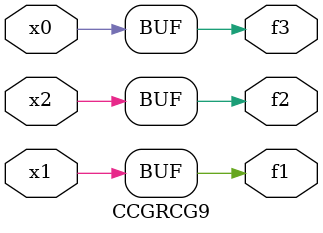
<source format=v>
module CCGRCG9(
	input x0, x1, x2,
	output f1, f2, f3
);
	assign f1 = x1;
	assign f2 = x2;
	assign f3 = x0;
endmodule

</source>
